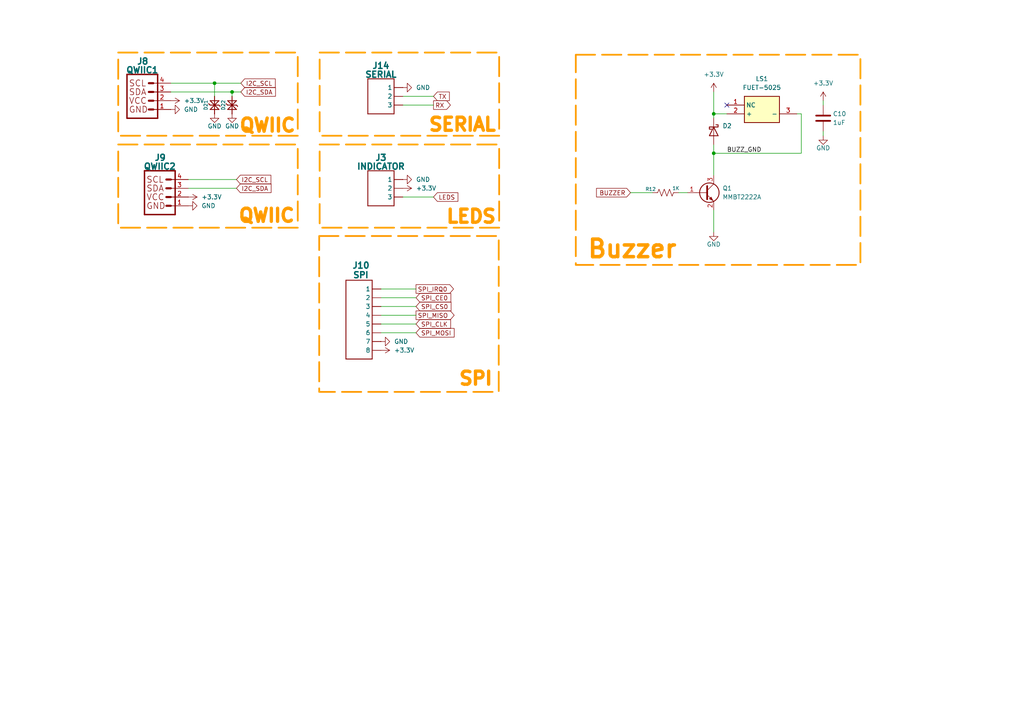
<source format=kicad_sch>
(kicad_sch (version 20250114) (generator "eeschema") (generator_version "9.0")
  (paper "A4")
  (title_block (title "Aquarius") (date "2025-02-12") (rev "1.5") (company "CRG Makes"))
  (lib_symbols
    (symbol "CRG Makes:CMT-0502-75-SMT-TR"
      (property "Reference" "LS" (at 5.334 6.858 0))
      (property "Value" "CMT-0502-75-SMT-TR" (at 5.08 4.572 0))
      (symbol "CMT-0502-75-SMT-TR_1_1"
        (rectangle (start 5.08 2.54) (end 15.24 -5.08) (stroke (width 0.254)) (fill (type background)))
        (pin passive line (at 0 0 0) (length 5.08) (name "NC") (number "1"))
        (pin passive line (at 0 -2.54 0) (length 5.08) (name "+") (number "2"))
        (pin passive line (at 20.32 -2.54 180) (length 5.08) (name "-") (number "3"))
      )
    )
    (symbol "CRGM Connector:JST-SH-3"
      (property "Reference" "J" (at 0 2.794 0))
      (symbol "JST-SH-3_1_0"
        (polyline (pts (xy 0 2.54) (xy 7.62 2.54)) (stroke (width 0.254)))
        (polyline (pts (xy 0 -7.62) (xy 0 2.54)) (stroke (width 0.254)))
        (polyline (pts (xy 7.62 2.54) (xy 7.62 -7.62)) (stroke (width 0.254)))
        (polyline (pts (xy 7.62 -7.62) (xy 0 -7.62)) (stroke (width 0.254)))
        (pin passive line (at -2.54 0 0) (length 2.54) (name "1") (number "1"))
        (pin passive line (at -2.54 -2.54 0) (length 2.54) (name "2") (number "2"))
        (pin passive line (at -2.54 -5.08 0) (length 2.54) (name "3") (number "3"))
      )
    )
    (symbol "CRGM Connector:JST-SH-8"
      (property "Reference" "J" (at 0 0.254 0))
      (symbol "JST-SH-8_1_0"
        (polyline (pts (xy 0 0) (xy 7.62 0)) (stroke (width 0.254)))
        (polyline (pts (xy 0 -22.86) (xy 0 0)) (stroke (width 0.254)))
        (polyline (pts (xy 7.62 0) (xy 7.62 -22.86)) (stroke (width 0.254)))
        (polyline (pts (xy 7.62 -22.86) (xy 0 -22.86)) (stroke (width 0.254)))
        (pin passive line (at -2.54 -2.54 0) (length 2.54) (name "1") (number "1"))
        (pin passive line (at -2.54 -5.08 0) (length 2.54) (name "2") (number "2"))
        (pin passive line (at -2.54 -7.62 0) (length 2.54) (name "3") (number "3"))
        (pin passive line (at -2.54 -10.16 0) (length 2.54) (name "4") (number "4"))
        (pin passive line (at -2.54 -12.7 0) (length 2.54) (name "5") (number "5"))
        (pin passive line (at -2.54 -15.24 0) (length 2.54) (name "6") (number "6"))
        (pin passive line (at -2.54 -17.78 0) (length 2.54) (name "7") (number "7"))
        (pin passive line (at -2.54 -20.32 0) (length 2.54) (name "8") (number "8"))
      )
    )
    (symbol "CRGM Connector:QWIIC"
      (property "Reference" "J" (at 0 0.254 0))
      (symbol "QWIIC_1_0"
        (polyline (pts (xy 0 0) (xy 0 -12.7)) (stroke (width 0.4064)))
        (polyline (pts (xy 0 0) (xy 8.89 0)) (stroke (width 0.4064)))
        (polyline (pts (xy 6.35 -2.54) (xy 7.62 -2.54)) (stroke (width 0.6096)))
        (polyline (pts (xy 6.35 -5.08) (xy 7.62 -5.08)) (stroke (width 0.6096)))
        (polyline (pts (xy 6.35 -7.62) (xy 7.62 -7.62)) (stroke (width 0.6096)))
        (polyline (pts (xy 6.35 -10.16) (xy 7.62 -10.16)) (stroke (width 0.6096)))
        (polyline (pts (xy 8.89 -12.7) (xy 0 -12.7)) (stroke (width 0.4064)))
        (polyline (pts (xy 8.89 -12.7) (xy 8.89 0)) (stroke (width 0.4064)))
        (text "SCL" (at 0.508 -2.54 0) (effects (font (size 1.778 1.778)) (justify left)))
        (text "SDA" (at 0.508 -5.08 0) (effects (font (size 1.778 1.778)) (justify left)))
        (text "VCC" (at 0.508 -7.62 0) (effects (font (size 1.778 1.778)) (justify left)))
        (text "GND" (at 0.508 -10.16 0) (effects (font (size 1.778 1.778)) (justify left)))
        (pin passive line (at 12.7 -2.54 180) (length 5.08) (name "4") (number "4"))
        (pin passive line (at 12.7 -5.08 180) (length 5.08) (name "3") (number "3"))
        (pin power_in line (at 12.7 -7.62 180) (length 5.08) (name "2") (number "2"))
        (pin power_in line (at 12.7 -10.16 180) (length 5.08) (name "1") (number "1"))
      )
    )
    (symbol "CRGM Passive:PESD3V3S1BL"
      (property "Reference" "D" (at -1.524 1.524 0))
      (symbol "PESD3V3S1BL_1_0"
        (polyline (pts (xy -2.54 0) (xy 2.54 0)) (stroke (width 0.254)))
        (polyline (pts (xy -1.27 1.27) (xy -0.0101 0.0101)) (stroke (width 0.254)))
        (polyline (pts (xy -1.27 -1.27) (xy -1.27 1.27)) (stroke (width 0.254)))
        (polyline (pts (xy -0.3445 -1.6043) (xy -0.3573 -1.6043)) (stroke (width 0.254)))
        (polyline (pts (xy -0.0101 1.2955) (xy -0.0101 -1.27)) (stroke (width 0.254)))
        (polyline (pts (xy -0.0101 1.2955) (xy 0.3778 1.6835)) (stroke (width 0.254)))
        (polyline (pts (xy -0.0101 0.0101) (xy -0.0101 -0.0101)) (stroke (width 0.254)))
        (polyline (pts (xy -0.0101 -0.0101) (xy -1.27 -1.27)) (stroke (width 0.254)))
        (polyline (pts (xy -0.0101 -1.27) (xy -0.3445 -1.6043)) (stroke (width 0.254)))
        (polyline (pts (xy 0.0101 0.0101) (xy 0.0101 -0.0101)) (stroke (width 0.254)))
        (polyline (pts (xy 0.0101 -0.0101) (xy 1.27 -1.27)) (stroke (width 0.254)))
        (polyline (pts (xy 0.3778 1.6835) (xy 0.3981 1.6835)) (stroke (width 0.254)))
        (polyline (pts (xy 1.27 1.27) (xy 0.0101 0.0101)) (stroke (width 0.254)))
        (polyline (pts (xy 1.27 -1.27) (xy 1.27 1.27)) (stroke (width 0.254)))
        (pin passive line (at -2.54 0 0) (length 0) (name "K1") (number "1"))
        (pin passive line (at 2.54 0 180) (length 0) (name "K2") (number "2"))
      )
    )
    (symbol "Device:C" (pin_numbers (hide yes)) (pin_names (offset 0.254))
      (property "Reference" "C" (at 0.635 2.54 0))
      (property "Value" "C" (at 0.635 -2.54 0))
      (symbol "C_0_1"
        (polyline (pts (xy -2.032 0.762) (xy 2.032 0.762)) (stroke (width 0.508)))
        (polyline (pts (xy -2.032 -0.762) (xy 2.032 -0.762)) (stroke (width 0.508)))
      )
      (symbol "C_1_1"
        (pin passive line (at 0 3.81 270) (length 2.794) (name "~") (number "1"))
        (pin passive line (at 0 -3.81 90) (length 2.794) (name "~") (number "2"))
      )
    )
    (symbol "Device:D_Schottky" (pin_numbers (hide yes)) (pin_names (offset 1.016) (hide yes))
      (property "Reference" "D" (at 0 2.54 0))
      (property "Value" "D_Schottky" (at 0 -2.54 0))
      (symbol "D_Schottky_0_1"
        (polyline (pts (xy -1.905 0.635) (xy -1.905 1.27) (xy -1.27 1.27) (xy -1.27 -1.27) (xy -0.635 -1.27) (xy -0.635 -0.635)) (stroke (width 0.254)))
        (polyline (pts (xy 1.27 1.27) (xy 1.27 -1.27) (xy -1.27 0) (xy 1.27 1.27)) (stroke (width 0.254)))
        (polyline (pts (xy 1.27 0) (xy -1.27 0)))
      )
      (symbol "D_Schottky_1_1"
        (pin passive line (at -3.81 0 0) (length 2.54) (name "K") (number "1"))
        (pin passive line (at 3.81 0 180) (length 2.54) (name "A") (number "2"))
      )
    )
    (symbol "Device:R_US" (pin_numbers (hide yes)) (pin_names (offset 0))
      (property "Reference" "R" (at 2.54 0 90))
      (property "Value" "R_US" (at -2.54 0 90))
      (symbol "R_US_0_1"
        (polyline (pts (xy 0 2.286) (xy 0 2.54)))
        (polyline (pts (xy 0 2.286) (xy 1.016 1.905) (xy 0 1.524) (xy -1.016 1.143) (xy 0 0.762)))
        (polyline (pts (xy 0 0.762) (xy 1.016 0.381) (xy 0 0) (xy -1.016 -0.381) (xy 0 -0.762)))
        (polyline (pts (xy 0 -0.762) (xy 1.016 -1.143) (xy 0 -1.524) (xy -1.016 -1.905) (xy 0 -2.286)))
        (polyline (pts (xy 0 -2.286) (xy 0 -2.54)))
      )
      (symbol "R_US_1_1"
        (pin passive line (at 0 3.81 270) (length 1.27) (name "~") (number "1"))
        (pin passive line (at 0 -3.81 90) (length 1.27) (name "~") (number "2"))
      )
    )
    (symbol "Transistor_BJT:MMBT2222A" (pin_names (offset 0) (hide yes))
      (property "Reference" "Q" (at 5.08 1.905 0))
      (property "Value" "MMBT2222A" (at 5.08 0 0))
      (symbol "MMBT2222A_0_1"
        (polyline (pts (xy -2.54 0) (xy 0.635 0)))
        (polyline (pts (xy 0.635 1.905) (xy 0.635 -1.905)) (stroke (width 0.508)))
        (circle (center 1.27 0) (radius 2.8194) (stroke (width 0.254)))
      )
      (symbol "MMBT2222A_1_1"
        (polyline (pts (xy 0.635 0.635) (xy 2.54 2.54)))
        (polyline (pts (xy 0.635 -0.635) (xy 2.54 -2.54)))
        (polyline (pts (xy 1.27 -1.778) (xy 1.778 -1.27) (xy 2.286 -2.286) (xy 1.27 -1.778)) (fill (type outline)))
        (pin input line (at -5.08 0 0) (length 2.54) (name "B") (number "1"))
        (pin passive line (at 2.54 5.08 270) (length 2.54) (name "C") (number "3"))
        (pin passive line (at 2.54 -5.08 90) (length 2.54) (name "E") (number "2"))
      )
    )
    (symbol "power:+3.3V" (power) (pin_numbers (hide yes)) (pin_names (offset 0) (hide yes))
      (property "Value" "+3.3V" (at 0 3.556 0))
      (symbol "+3.3V_0_1"
        (polyline (pts (xy -0.762 1.27) (xy 0 2.54)))
        (polyline (pts (xy 0 2.54) (xy 0.762 1.27)))
        (polyline (pts (xy 0 0) (xy 0 2.54)))
      )
      (symbol "+3.3V_1_1"
        (pin power_in line (at 0 0 90) (length 0) (name "~") (number "1"))
      )
    )
    (symbol "power:GND" (power) (pin_numbers (hide yes)) (pin_names (offset 0) (hide yes))
      (property "Value" "GND" (at 0 -3.81 0))
      (symbol "GND_0_1"
        (polyline (pts (xy 0 0) (xy 0 -1.27) (xy 1.27 -1.27) (xy 0 -2.54) (xy -1.27 -1.27) (xy 0 -1.27)))
      )
      (symbol "GND_1_1"
        (pin power_in line (at 0 0 270) (length 0) (name "~") (number "1"))
      )
    )
  )
  (rectangle (start 92.71 15.24) (end 144.78 39.37) (stroke (width 0.508) (type dash) (color 255 153 0 1)))
  (rectangle (start 34.29 15.24) (end 86.36 39.37) (stroke (width 0.508) (type dash) (color 255 153 0 1)))
  (rectangle (start 167.005 15.875) (end 249.555 76.835) (stroke (width 0.508) (type dash) (color 255 153 0 1)))
  (rectangle (start 92.583 68.453) (end 144.653 113.665) (stroke (width 0.508) (type dash) (color 255 153 0 1)))
  (rectangle (start 92.71 41.91) (end 144.78 66.04) (stroke (width 0.508) (type dash) (color 255 153 0 1)))
  (rectangle (start 34.29 41.91) (end 86.36 66.04) (stroke (width 0.508) (type dash) (color 255 153 0 1)))
  (text "LEDS" (exclude_from_sim yes) (at 144.272 62.992 0) (effects (font (size 3.81 3.81) (thickness 1.016) (bold yes)) (justify right)))
  (text "QWIIC" (exclude_from_sim yes) (at 86.106 36.576 0) (effects (font (size 3.81 3.81) (thickness 1.016) (bold yes)) (justify right)))
  (text "Buzzer" (exclude_from_sim yes) (at 183.388 72.39 0) (effects (font (size 5.08 5.08) (thickness 1.016) (bold yes))))
  (text "SERIAL" (exclude_from_sim yes) (at 144.272 36.322 0) (effects (font (size 3.81 3.81) (thickness 1.016) (bold yes)) (justify right)))
  (text "QWIIC" (exclude_from_sim yes) (at 85.852 62.738 0) (effects (font (size 3.81 3.81) (thickness 1.016) (bold yes)) (justify right)))
  (text "SPI" (exclude_from_sim yes) (at 143.256 109.982 0) (effects (font (size 3.81 3.81) (thickness 1.016) (bold yes)) (justify right)))
  (junction (at 207.01 44.45))
  (junction (at 67.31 26.67))
  (junction (at 207.01 33.02))
  (junction (at 62.23 24.13))
  (no_connect (at 210.82 30.48))
  (wire (pts (xy 116.84 30.48) (xy 125.73 30.48)))
  (wire (pts (xy 116.84 57.15) (xy 125.73 57.15)))
  (wire (pts (xy 62.23 24.13) (xy 69.85 24.13)))
  (wire (pts (xy 196.85 55.88) (xy 199.39 55.88)))
  (wire (pts (xy 238.76 29.21) (xy 238.76 30.48)))
  (wire (pts (xy 207.01 44.45) (xy 207.01 50.8)))
  (wire (pts (xy 110.49 91.44) (xy 120.65 91.44)))
  (wire (pts (xy 207.01 44.45) (xy 232.41 44.45)))
  (wire (pts (xy 207.01 33.02) (xy 207.01 34.29)))
  (wire (pts (xy 67.31 26.67) (xy 67.31 27.94)))
  (wire (pts (xy 49.53 26.67) (xy 67.31 26.67)))
  (wire (pts (xy 116.84 27.94) (xy 125.73 27.94)))
  (wire (pts (xy 238.76 38.1) (xy 238.76 39.37)))
  (wire (pts (xy 207.01 26.67) (xy 207.01 33.02)))
  (wire (pts (xy 110.49 96.52) (xy 120.65 96.52)))
  (wire (pts (xy 232.41 33.02) (xy 232.41 44.45)))
  (wire (pts (xy 110.49 83.82) (xy 120.65 83.82)))
  (wire (pts (xy 49.53 24.13) (xy 62.23 24.13)))
  (wire (pts (xy 67.31 26.67) (xy 69.85 26.67)))
  (wire (pts (xy 207.01 60.96) (xy 207.01 67.31)))
  (wire (pts (xy 110.49 93.98) (xy 120.65 93.98)))
  (wire (pts (xy 54.61 54.61) (xy 68.58 54.61)))
  (wire (pts (xy 62.23 24.13) (xy 62.23 27.94)))
  (wire (pts (xy 207.01 33.02) (xy 210.82 33.02)))
  (wire (pts (xy 110.49 86.36) (xy 120.65 86.36)))
  (wire (pts (xy 232.41 33.02) (xy 231.14 33.02)))
  (wire (pts (xy 182.88 55.88) (xy 189.23 55.88)))
  (wire (pts (xy 110.49 88.9) (xy 120.65 88.9)))
  (wire (pts (xy 54.61 52.07) (xy 68.58 52.07)))
  (wire (pts (xy 207.01 41.91) (xy 207.01 44.45)))
  (label "BUZZ_GND" (at 210.82 44.45 0))
  (global_label "I2C_SDA" (shape input) (at 69.85 26.67 0) (property "Intersheetrefs" "${INTERSHEET_REFS}" (at 80.4552 26.67 0) (effects (justify left))))
  (global_label "SPI_IRQ0" (shape output) (at 120.65 83.82 0) (property "Intersheetrefs" "${INTERSHEET_REFS}" (at 132.1019 83.82 0) (effects (justify left))))
  (global_label "RX" (shape output) (at 125.73 30.48 0) (property "Intersheetrefs" "${INTERSHEET_REFS}" (at 131.1947 30.48 0) (effects (justify left))))
  (global_label "I2C_SCL" (shape input) (at 69.85 24.13 0) (property "Intersheetrefs" "${INTERSHEET_REFS}" (at 80.3947 24.13 0) (effects (justify left))))
  (global_label "SPI_CE0" (shape input) (at 120.65 86.36 0) (property "Intersheetrefs" "${INTERSHEET_REFS}" (at 131.3156 86.36 0) (effects (justify left))))
  (global_label "BUZZER" (shape input) (at 182.88 55.88 180) (property "Intersheetrefs" "${INTERSHEET_REFS}" (at 172.4563 55.88 0) (effects (justify right))))
  (global_label "LEDS" (shape input) (at 125.73 57.15 0) (property "Intersheetrefs" "${INTERSHEET_REFS}" (at 133.3718 57.15 0) (effects (justify left))))
  (global_label "SPI_MISO" (shape output) (at 120.65 91.44 0) (property "Intersheetrefs" "${INTERSHEET_REFS}" (at 132.2833 91.44 0) (effects (justify left))))
  (global_label "SPI_MOSI" (shape input) (at 120.65 96.52 0) (property "Intersheetrefs" "${INTERSHEET_REFS}" (at 132.2833 96.52 0) (effects (justify left))))
  (global_label "I2C_SCL" (shape input) (at 68.58 52.07 0) (property "Intersheetrefs" "${INTERSHEET_REFS}" (at 79.1247 52.07 0) (effects (justify left))))
  (global_label "I2C_SDA" (shape input) (at 68.58 54.61 0) (property "Intersheetrefs" "${INTERSHEET_REFS}" (at 79.1852 54.61 0) (effects (justify left))))
  (global_label "SPI_CLK" (shape input) (at 120.65 93.98 0) (property "Intersheetrefs" "${INTERSHEET_REFS}" (at 131.2552 93.98 0) (effects (justify left))))
  (global_label "SPI_CS0" (shape input) (at 120.65 88.9 0) (property "Intersheetrefs" "${INTERSHEET_REFS}" (at 131.3761 88.9 0) (effects (justify left))))
  (global_label "TX" (shape input) (at 125.73 27.94 0) (property "Intersheetrefs" "${INTERSHEET_REFS}" (at 130.8923 27.94 0) (effects (justify left))))
  (symbol (lib_id "power:GND") (at 207.01 67.31 0) (unit 1)
    (property "Reference" "#PWR026" (effects (hide yes)))
    (property "Value" "GND" (at 207.01 70.866 0))
    (property "Description" "Power symbol creates a global label with name \"GND\" , ground" (effects (hide yes)))
  )
  (symbol (lib_id "power:GND") (at 116.84 25.4 90) (unit 1)
    (property "Reference" "#PWR028" (effects (hide yes)))
    (property "Value" "GND" (at 120.65 25.3999 90) (effects (justify right)))
    (property "Description" "Power symbol creates a global label with name \"GND\" , ground" (effects (hide yes)))
  )
  (symbol (lib_id "power:GND") (at 62.23 33.02 0) (unit 1)
    (property "Reference" "#PWR071" (effects (hide yes)))
    (property "Value" "GND" (at 62.23 36.576 0))
    (property "Description" "Power symbol creates a global label with name \"GND\" , ground" (effects (hide yes)))
  )
  (symbol (lib_id "power:GND") (at 110.49 99.06 90) (unit 1)
    (property "Reference" "#PWR065" (effects (hide yes)))
    (property "Value" "GND" (at 114.3 99.0599 90) (effects (justify right)))
    (property "Description" "Power symbol creates a global label with name \"GND\" , ground" (effects (hide yes)))
  )
  (symbol (lib_id "power:GND") (at 49.53 31.75 90) (unit 1)
    (property "Reference" "#PWR076" (effects (hide yes)))
    (property "Value" "GND" (at 53.34 31.7499 90) (effects (justify right)))
    (property "Description" "Power symbol creates a global label with name \"GND\" , ground" (effects (hide yes)))
  )
  (symbol (lib_id "power:+3.3V") (at 238.76 29.21 0) (unit 1)
    (property "Reference" "#PWR069" (effects (hide yes)))
    (property "Value" "+3.3V" (at 238.76 24.13 0))
    (property "Description" "Power symbol creates a global label with name \"+3.3V\"" (effects (hide yes)))
  )
  (symbol (lib_id "Device:R_US") (at 193.04 55.88 90) (unit 1)
    (property "Reference" "R12" (at 190.246 54.864 90) (effects (font (size 1 1)) (justify left)))
    (property "Value" "1K" (at 197.104 54.61 90) (effects (font (size 1 1)) (justify left)))
    (property "Footprint" "Resistor_SMD:R_0603_1608Metric" (effects (hide yes)))
    (property "Datasheet" "https://www.vishay.com/docs/20035/dcrcwe3.pdf" (effects (hide yes)))
    (property "Description" "Thick Film Resistors - SMD 1/10Watt 1Kohms 5%" (effects (hide yes)))
    (property "LCSC" "C2907113" (effects (hide yes)))
    (property "MN" "FOJAN" (effects (hide yes)))
    (property "MPN" "FRC0603J102 TS" (effects (hide yes)))
    (property "Digikey" "CR0603-JW-102ELFTR-ND" (effects (hide yes)))
    (property "Mouser" "652-CR0603-JW-102ELF" (effects (hide yes)))
  )
  (symbol (lib_id "Device:D_Schottky") (at 207.01 38.1 270) (unit 1)
    (property "Reference" "D2" (at 209.55 36.5124 90) (effects (justify left)))
    (property "Value" "D_Schottky" (effects (hide yes)))
    (property "Footprint" "Diode_SMD:D_SOD-523" (effects (hide yes)))
    (property "Description" "Schottky diode" (effects (hide yes)))
    (property "MPN" "MSK4010" (effects (hide yes)))
    (property "LCSC" "C345958" (effects (hide yes)))
    (property "Digikey" "1727-5834-2-ND" (effects (hide yes)))
    (property "Mouser" "771-PMEG3010EB115" (effects (hide yes)))
    (property "MN" "Shikues" (effects (hide yes)))
  )
  (symbol (lib_id "CRGM Passive:PESD3V3S1BL") (at 62.23 30.48 90) (unit 1)
    (property "Reference" "D21" (at 59.69 28.956 0) (effects (font (size 1 1) (thickness 0.125)) (justify right)))
    (property "Value" "PESD3V3S1BL" (effects (hide yes)))
    (property "Footprint" "CRGM Passive:DFN1006-2" (effects (hide yes)))
    (property "Datasheet" "https://jlcpcb.com/api/file/downloadByFileSystemAccessId/8590907150506553344" (effects (hide yes)))
    (property "Description" "TVS DIODE Vrwm=3.3v Vcl=6.5v Ippm=10A DFN10062" (effects (hide yes)))
    (property "LCSC" "C5563754" (effects (hide yes)))
    (property "MN" "FUXINSEMI" (effects (hide yes)))
    (property "MPN" "LESD8D3.3CAT5G" (effects (hide yes)))
    (property "Mouser" "621-DESD3V3S1BL-7B" (effects (hide yes)))
    (property "Digikey" "1727-PESD3V3S1BLYLTR-ND" (effects (hide yes)))
  )
  (symbol (lib_id "power:+3.3V") (at 207.01 26.67 0) (unit 1)
    (property "Reference" "#PWR068" (effects (hide yes)))
    (property "Value" "+3.3V" (at 207.01 21.59 0))
    (property "Description" "Power symbol creates a global label with name \"+3.3V\"" (effects (hide yes)))
  )
  (symbol (lib_id "power:+3.3V") (at 54.61 57.15 270) (unit 1)
    (property "Reference" "#PWR077" (effects (hide yes)))
    (property "Value" "+3.3V" (at 58.42 57.1499 90) (effects (justify left)))
    (property "Description" "Power symbol creates a global label with name \"+3.3V\"" (effects (hide yes)))
  )
  (symbol (lib_id "power:+3.3V") (at 116.84 54.61 270) (unit 1)
    (property "Reference" "#PWR025" (effects (hide yes)))
    (property "Value" "+3.3V" (at 120.65 54.6099 90) (effects (justify left)))
    (property "Description" "Power symbol creates a global label with name \"+3.3V\"" (effects (hide yes)))
  )
  (symbol (lib_id "Transistor_BJT:MMBT2222A") (at 204.47 55.88 0) (unit 1)
    (property "Reference" "Q1" (at 209.55 54.6099 0) (effects (justify left)))
    (property "Value" "MMBT2222A" (at 209.55 57.1499 0) (effects (justify left)))
    (property "Footprint" "Package_TO_SOT_SMD:SOT-523" (effects (hide yes)))
    (property "Datasheet" "https://assets.nexperia.com/documents/data-sheet/MMBT2222A.pdf" (effects (hide yes)))
    (property "Description" "600mA Ic, 40V Vce, NPN Transistor, SOT-523" (effects (hide yes)))
    (property "MN" "Diodes Incorporated" (effects (hide yes)))
    (property "MPN" "MMBT2222AT-7-F" (effects (hide yes)))
    (property "Mouser" "621-MMBT2222AT-F" (effects (hide yes)))
    (property "Digikey" "MMBT2222AT-FDITR-ND" (effects (hide yes)))
    (property "LCSC" "C151009" (effects (hide yes)))
  )
  (symbol (lib_id "CRGM Connector:QWIIC") (at 41.91 49.53 0) (unit 1)
    (property "Reference" "J9" (at 46.482 45.72 0) (effects (font (size 1.778 1.778) (thickness 0.3556) (bold yes))))
    (property "Value" "QWIIC2" (at 46.355 48.26 0) (effects (font (size 1.778 1.778) (thickness 0.3556) (bold yes))))
    (property "Footprint" "CRGM Connector:JST_SH_BM04B-SRSS-TB_1x04-1MP_P1.00mm_Vertical" (effects (hide yes)))
    (property "Datasheet" "https://jlcpcb.com/partdetail/Hdgc-1_0K_BH4PB/C2919601" (effects (hide yes)))
    (property "Description" "JST SH 1.0mm 4 Position Vertical" (effects (hide yes)))
    (property "MPN" "BM04B-SRSS-TB" (effects (hide yes)))
    (property "MN" "JST" (effects (hide yes)))
    (property "LCSC" "C2919601" (effects (hide yes)))
    (property "Mouser" "306-BM04BSRSSTBTLFSN" (effects (hide yes)))
    (property "Digikey" "455-BM04B-SRSS-TBTR-ND" (effects (hide yes)))
  )
  (symbol (lib_id "power:GND") (at 116.84 52.07 90) (unit 1)
    (property "Reference" "#PWR024" (effects (hide yes)))
    (property "Value" "GND" (at 120.65 52.0699 90) (effects (justify right)))
    (property "Description" "Power symbol creates a global label with name \"GND\" , ground" (effects (hide yes)))
  )
  (symbol (lib_id "CRGM Connector:JST-SH-3") (at 114.3 25.4 0) (mirror y) (unit 1)
    (property "Reference" "J14" (at 110.49 19.05 0) (effects (font (size 1.778 1.778) (thickness 0.3556) (bold yes))))
    (property "Value" "SERIAL" (at 110.49 21.59 0) (effects (font (size 1.778 1.778) (thickness 0.3556) (bold yes))))
    (property "Footprint" "Connector_JST:JST_SH_BM03B-SRSS-TB_1x03-1MP_P1.00mm_Vertical" (effects (hide yes)))
    (property "Datasheet" "https://www.jst.com/wp-content/uploads/2021/03/eSR_SZ-new.pdf" (effects (hide yes)))
    (property "Description" "JST SH 1.0mm 3 Position Vertical" (effects (hide yes)))
    (property "LCSC" "C2919600" (effects (hide yes)))
    (property "MPN" "BM03B-SRSS-TB" (effects (hide yes)))
    (property "MN" "JST" (effects (hide yes)))
    (property "Digikey" "455-BM03B-SRSS-TBTR-ND" (effects (hide yes)))
    (property "Mouser" "306-3BSRSSTBTLP" (effects (hide yes)))
  )
  (symbol (lib_id "Device:C") (at 238.76 34.29 0) (unit 1)
    (property "Reference" "C10" (at 241.554 33.02 0) (effects (justify left)))
    (property "Value" "1uF" (at 241.554 35.56 0) (effects (justify left)))
    (property "Footprint" "Capacitor_SMD:C_0603_1608Metric" (effects (hide yes)))
    (property "Description" "CAP CER 1uF 16V X5R 0603" (effects (hide yes)))
    (property "LCSC" "C6119849" (effects (hide yes)))
    (property "MN" "HRE" (effects (hide yes)))
    (property "MPN" "CGA0603X5R105K160JT" (effects (hide yes)))
    (property "Digikey" "1276-1019-2-ND" (effects (hide yes)))
    (property "Mouser" "187-CL10B105KO8NNNC" (effects (hide yes)))
  )
  (symbol (lib_id "power:GND") (at 67.31 33.02 0) (unit 1)
    (property "Reference" "#PWR080" (effects (hide yes)))
    (property "Value" "GND" (at 67.31 36.576 0))
    (property "Description" "Power symbol creates a global label with name \"GND\" , ground" (effects (hide yes)))
  )
  (symbol (lib_id "CRGM Passive:PESD3V3S1BL") (at 67.31 30.48 90) (unit 1)
    (property "Reference" "D22" (at 64.77 28.956 0) (effects (font (size 1 1) (thickness 0.125)) (justify right)))
    (property "Value" "PESD3V3S1BL" (effects (hide yes)))
    (property "Footprint" "CRGM Passive:DFN1006-2" (effects (hide yes)))
    (property "Datasheet" "https://jlcpcb.com/api/file/downloadByFileSystemAccessId/8590907150506553344" (effects (hide yes)))
    (property "Description" "TVS DIODE Vrwm=3.3v Vcl=6.5v Ippm=10A DFN10062" (effects (hide yes)))
    (property "LCSC" "C5563754" (effects (hide yes)))
    (property "MN" "FUXINSEMI" (effects (hide yes)))
    (property "MPN" "LESD8D3.3CAT5G" (effects (hide yes)))
    (property "Mouser" "621-DESD3V3S1BL-7B" (effects (hide yes)))
    (property "Digikey" "1727-PESD3V3S1BLYLTR-ND" (effects (hide yes)))
  )
  (symbol (lib_id "CRGM Connector:JST-SH-8") (at 107.95 81.28 0) (mirror y) (unit 1)
    (property "Reference" "J10" (at 107.442 76.962 0) (effects (font (size 1.778 1.778) (thickness 0.3556) (bold yes)) (justify left)))
    (property "Value" "SPI" (at 107.188 79.756 0) (effects (font (size 1.778 1.778) (thickness 0.3556) (bold yes)) (justify left)))
    (property "Footprint" "CRGM Connector:JST_SH_BM08B-SRSS-TB_1x08-1MP_P1.00mm_Vertical" (effects (hide yes)))
    (property "Description" "JST SH 1.0mm 8 Position Vertical" (effects (hide yes)))
    (property "MN" "JST" (effects (hide yes)))
    (property "MPN" "BM08B-SRSS-TB(LF)(SN)" (effects (hide yes)))
    (property "LCSC" "C2845376" (effects (hide yes)))
    (property "Mouser" "306-BM08BSRSSTBLFSN" (effects (hide yes)))
    (property "Digikey" "455-BM08B-SRSS-TBTR-ND" (effects (hide yes)))
  )
  (symbol (lib_id "power:GND") (at 54.61 59.69 90) (unit 1)
    (property "Reference" "#PWR078" (effects (hide yes)))
    (property "Value" "GND" (at 58.42 59.6899 90) (effects (justify right)))
    (property "Description" "Power symbol creates a global label with name \"GND\" , ground" (effects (hide yes)))
  )
  (symbol (lib_id "power:+3.3V") (at 49.53 29.21 270) (unit 1)
    (property "Reference" "#PWR075" (effects (hide yes)))
    (property "Value" "+3.3V" (at 53.34 29.2099 90) (effects (justify left)))
    (property "Description" "Power symbol creates a global label with name \"+3.3V\"" (effects (hide yes)))
  )
  (symbol (lib_id "CRGM Connector:QWIIC") (at 36.83 21.59 0) (unit 1)
    (property "Reference" "J8" (at 41.402 17.78 0) (effects (font (size 1.778 1.778) (thickness 0.3556) (bold yes))))
    (property "Value" "QWIIC1" (at 41.275 20.32 0) (effects (font (size 1.778 1.778) (thickness 0.3556) (bold yes))))
    (property "Footprint" "CRGM Connector:JST_SH_BM04B-SRSS-TB_1x04-1MP_P1.00mm_Vertical" (effects (hide yes)))
    (property "Datasheet" "https://jlcpcb.com/partdetail/Hdgc-1_0K_BH4PB/C2919601" (effects (hide yes)))
    (property "Description" "JST SH 1.0mm 4 Position Vertical" (effects (hide yes)))
    (property "MPN" "BM04B-SRSS-TB" (effects (hide yes)))
    (property "MN" "JST" (effects (hide yes)))
    (property "LCSC" "C2919601" (effects (hide yes)))
    (property "Mouser" "306-BM04BSRSSTBTLFSN" (effects (hide yes)))
    (property "Digikey" "455-BM04B-SRSS-TBTR-ND" (effects (hide yes)))
  )
  (symbol (lib_id "CRG Makes:CMT-0502-75-SMT-TR") (at 210.82 30.48 0) (unit 1)
    (property "Reference" "LS1" (at 220.98 22.86 0))
    (property "Value" "FUET-5025" (at 220.98 25.4 0))
    (property "Footprint" "CRG Makes:CMT050275SMTTR" (effects (hide yes)))
    (property "Datasheet" "https://www.sameskydevices.com/product/resource/supplyframepdf/cmt-0502-75-smt-tr.pdf" (effects (hide yes)))
    (property "Description" "5 mm, 3 Vo-p, 75 dB, Magnetic Audio Transducer Buzzer" (effects (hide yes)))
    (property "Height" "2.5" (effects (hide yes)))
    (property "Mouser" "490-CMT-0502-75SMTTR" (effects (hide yes)))
    (property "MN" "Fuet" (effects (hide yes)))
    (property "MPN" "FUET-5025" (effects (hide yes)))
    (property "LCSC" "C391030" (effects (hide yes)))
    (property "Digikey" "102-CMT-0502-75-SMT-TR-ND" (effects (hide yes)))
  )
  (symbol (lib_id "CRGM Connector:JST-SH-3") (at 114.3 52.07 0) (mirror y) (unit 1)
    (property "Reference" "J3" (at 110.49 45.72 0) (effects (font (size 1.778 1.778) (thickness 0.3556) (bold yes))))
    (property "Value" "INDICATOR" (at 110.49 48.26 0) (effects (font (size 1.778 1.778) (thickness 0.3556) (bold yes))))
    (property "Footprint" "CRGM Connector:JST_SH_BM03B-SRSS-TB_1x03-1MP_P1.00mm_Vertical" (effects (hide yes)))
    (property "Datasheet" "https://www.jst.com/wp-content/uploads/2021/03/eSR_SZ-new.pdf" (effects (hide yes)))
    (property "Description" "JST SH 1.0mm 3 Position Vertical" (effects (hide yes)))
    (property "LCSC" "C2919600" (effects (hide yes)))
    (property "MN" "JST" (effects (hide yes)))
    (property "MPN" "BM03B-SRSS-TB" (effects (hide yes)))
    (property "Digikey" "455-BM03B-SRSS-TBTR-ND" (effects (hide yes)))
    (property "Mouser" "306-3BSRSSTBTLP" (effects (hide yes)))
  )
  (symbol (lib_id "power:+3.3V") (at 110.49 101.6 270) (unit 1)
    (property "Reference" "#PWR066" (effects (hide yes)))
    (property "Value" "+3.3V" (at 114.3 101.5999 90) (effects (justify left)))
    (property "Description" "Power symbol creates a global label with name \"+3.3V\"" (effects (hide yes)))
  )
  (symbol (lib_id "power:GND") (at 238.76 39.37 0) (unit 1)
    (property "Reference" "#PWR067" (effects (hide yes)))
    (property "Value" "GND" (at 238.76 42.926 0))
    (property "Description" "Power symbol creates a global label with name \"GND\" , ground" (effects (hide yes)))
  )
)
</source>
